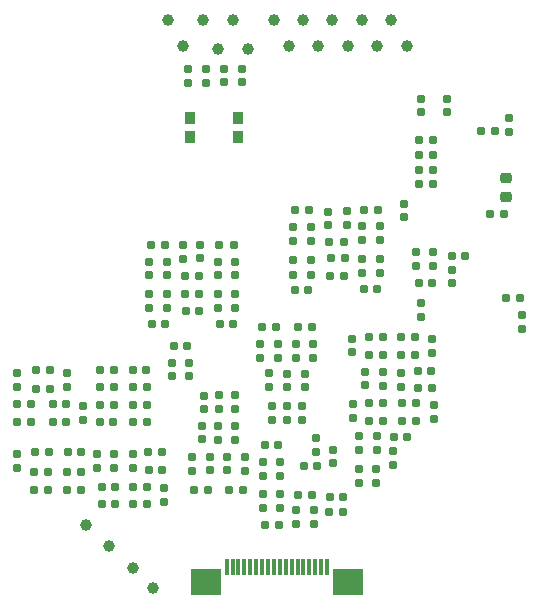
<source format=gbr>
%TF.GenerationSoftware,KiCad,Pcbnew,7.0.1*%
%TF.CreationDate,2023-04-30T22:37:30+01:00*%
%TF.ProjectId,left_main,6c656674-5f6d-4616-996e-2e6b69636164,rev?*%
%TF.SameCoordinates,Original*%
%TF.FileFunction,Soldermask,Top*%
%TF.FilePolarity,Negative*%
%FSLAX46Y46*%
G04 Gerber Fmt 4.6, Leading zero omitted, Abs format (unit mm)*
G04 Created by KiCad (PCBNEW 7.0.1) date 2023-04-30 22:37:30*
%MOMM*%
%LPD*%
G01*
G04 APERTURE LIST*
G04 Aperture macros list*
%AMRoundRect*
0 Rectangle with rounded corners*
0 $1 Rounding radius*
0 $2 $3 $4 $5 $6 $7 $8 $9 X,Y pos of 4 corners*
0 Add a 4 corners polygon primitive as box body*
4,1,4,$2,$3,$4,$5,$6,$7,$8,$9,$2,$3,0*
0 Add four circle primitives for the rounded corners*
1,1,$1+$1,$2,$3*
1,1,$1+$1,$4,$5*
1,1,$1+$1,$6,$7*
1,1,$1+$1,$8,$9*
0 Add four rect primitives between the rounded corners*
20,1,$1+$1,$2,$3,$4,$5,0*
20,1,$1+$1,$4,$5,$6,$7,0*
20,1,$1+$1,$6,$7,$8,$9,0*
20,1,$1+$1,$8,$9,$2,$3,0*%
G04 Aperture macros list end*
%ADD10C,1.000000*%
%ADD11RoundRect,0.155000X-0.212500X-0.155000X0.212500X-0.155000X0.212500X0.155000X-0.212500X0.155000X0*%
%ADD12RoundRect,0.155000X0.155000X-0.212500X0.155000X0.212500X-0.155000X0.212500X-0.155000X-0.212500X0*%
%ADD13RoundRect,0.160000X-0.160000X0.197500X-0.160000X-0.197500X0.160000X-0.197500X0.160000X0.197500X0*%
%ADD14RoundRect,0.155000X0.212500X0.155000X-0.212500X0.155000X-0.212500X-0.155000X0.212500X-0.155000X0*%
%ADD15RoundRect,0.155000X-0.155000X0.212500X-0.155000X-0.212500X0.155000X-0.212500X0.155000X0.212500X0*%
%ADD16RoundRect,0.160000X0.197500X0.160000X-0.197500X0.160000X-0.197500X-0.160000X0.197500X-0.160000X0*%
%ADD17R,0.304800X1.397000*%
%ADD18R,2.641600X2.311400*%
%ADD19RoundRect,0.160000X-0.197500X-0.160000X0.197500X-0.160000X0.197500X0.160000X-0.197500X0.160000X0*%
%ADD20RoundRect,0.160000X0.160000X-0.197500X0.160000X0.197500X-0.160000X0.197500X-0.160000X-0.197500X0*%
%ADD21R,0.900000X1.000000*%
%ADD22RoundRect,0.218750X-0.256250X0.218750X-0.256250X-0.218750X0.256250X-0.218750X0.256250X0.218750X0*%
G04 APERTURE END LIST*
D10*
%TO.C,J11*%
X71500000Y-32000000D03*
%TD*%
D11*
%TO.C,C16*%
X70298500Y-67564000D03*
X71433500Y-67564000D03*
%TD*%
D10*
%TO.C,J22*%
X61722000Y-29840795D03*
%TD*%
D12*
%TO.C,C42*%
X64482500Y-51417500D03*
X64482500Y-50282500D03*
%TD*%
D10*
%TO.C,J5*%
X53800000Y-74400000D03*
%TD*%
D13*
%TO.C,R48*%
X58715000Y-53002500D03*
X58715000Y-54197500D03*
%TD*%
D11*
%TO.C,C66*%
X57151250Y-67902500D03*
X58286250Y-67902500D03*
%TD*%
D14*
%TO.C,C74*%
X51436250Y-66400000D03*
X50301250Y-66400000D03*
%TD*%
D12*
%TO.C,C56*%
X62302500Y-67967500D03*
X62302500Y-66832500D03*
%TD*%
D15*
%TO.C,C5*%
X82442500Y-36507000D03*
X82442500Y-37642000D03*
%TD*%
D16*
%TO.C,R28*%
X76962000Y-62230000D03*
X75767000Y-62230000D03*
%TD*%
D12*
%TO.C,C18*%
X68302000Y-71135500D03*
X68302000Y-70000500D03*
%TD*%
D11*
%TO.C,C23*%
X77918500Y-65151000D03*
X79053500Y-65151000D03*
%TD*%
D17*
%TO.C,J1*%
X63750001Y-76154500D03*
X64250000Y-76154500D03*
X64750001Y-76154500D03*
X65250000Y-76154500D03*
X65750002Y-76154500D03*
X66250001Y-76154500D03*
X66750000Y-76154500D03*
X67250002Y-76154500D03*
X67750000Y-76154500D03*
X68250002Y-76154500D03*
X68750001Y-76154500D03*
X69250000Y-76154500D03*
X69750002Y-76154500D03*
X70250001Y-76154500D03*
X70750002Y-76154500D03*
X71250001Y-76154500D03*
X71750000Y-76154500D03*
X72250002Y-76154500D03*
D18*
X74032500Y-77399100D03*
X61967500Y-77399100D03*
%TD*%
D16*
%TO.C,R54*%
X47197500Y-63852500D03*
X46002500Y-63852500D03*
%TD*%
D11*
%TO.C,C53*%
X57397500Y-55600000D03*
X58532500Y-55600000D03*
%TD*%
D19*
%TO.C,R58*%
X46002500Y-62352500D03*
X47197500Y-62352500D03*
%TD*%
D11*
%TO.C,C2*%
X80063000Y-41240500D03*
X81198000Y-41240500D03*
%TD*%
D20*
%TO.C,R15*%
X66802000Y-68415500D03*
X66802000Y-67220500D03*
%TD*%
D11*
%TO.C,C26*%
X78547000Y-56666000D03*
X79682000Y-56666000D03*
%TD*%
D15*
%TO.C,C4*%
X80192500Y-36507000D03*
X80192500Y-37642000D03*
%TD*%
D20*
%TO.C,R4*%
X88750000Y-56000000D03*
X88750000Y-54805000D03*
%TD*%
D19*
%TO.C,R38*%
X72554500Y-49975000D03*
X73749500Y-49975000D03*
%TD*%
D11*
%TO.C,C57*%
X60265000Y-54500000D03*
X61400000Y-54500000D03*
%TD*%
D15*
%TO.C,C14*%
X70100000Y-62530000D03*
X70100000Y-63665000D03*
%TD*%
D11*
%TO.C,C67*%
X55835000Y-62400000D03*
X56970000Y-62400000D03*
%TD*%
D12*
%TO.C,C51*%
X58715000Y-51417500D03*
X58715000Y-50282500D03*
%TD*%
D19*
%TO.C,R31*%
X75767000Y-63754000D03*
X76962000Y-63754000D03*
%TD*%
D15*
%TO.C,C21*%
X69644000Y-71330000D03*
X69644000Y-72465000D03*
%TD*%
D11*
%TO.C,C64*%
X53186250Y-69350000D03*
X54321250Y-69350000D03*
%TD*%
D20*
%TO.C,R75*%
X81200000Y-50697500D03*
X81200000Y-49502500D03*
%TD*%
D16*
%TO.C,R64*%
X54250000Y-62400000D03*
X53055000Y-62400000D03*
%TD*%
D15*
%TO.C,C48*%
X63802500Y-66832500D03*
X63802500Y-67967500D03*
%TD*%
D12*
%TO.C,C46*%
X61467500Y-50007500D03*
X61467500Y-48872500D03*
%TD*%
D19*
%TO.C,R45*%
X60237500Y-51500000D03*
X61432500Y-51500000D03*
%TD*%
D14*
%TO.C,C63*%
X50167500Y-62352500D03*
X49032500Y-62352500D03*
%TD*%
D10*
%TO.C,J3*%
X57550000Y-77950000D03*
%TD*%
%TO.C,J16*%
X79000000Y-32000000D03*
%TD*%
D15*
%TO.C,C22*%
X76430000Y-67885500D03*
X76430000Y-69020500D03*
%TD*%
D13*
%TO.C,R61*%
X55786250Y-66555000D03*
X55786250Y-67750000D03*
%TD*%
D19*
%TO.C,R62*%
X47600000Y-59497500D03*
X48795000Y-59497500D03*
%TD*%
%TO.C,R39*%
X75348500Y-45959500D03*
X76543500Y-45959500D03*
%TD*%
D16*
%TO.C,R49*%
X62147500Y-69600000D03*
X60952500Y-69600000D03*
%TD*%
D20*
%TO.C,R69*%
X52786250Y-67765000D03*
X52786250Y-66570000D03*
%TD*%
D13*
%TO.C,R6*%
X67600000Y-62500000D03*
X67600000Y-63695000D03*
%TD*%
D12*
%TO.C,C12*%
X67352500Y-60867500D03*
X67352500Y-59732500D03*
%TD*%
D14*
%TO.C,C20*%
X68119500Y-65818000D03*
X66984500Y-65818000D03*
%TD*%
D15*
%TO.C,C15*%
X72750000Y-66234500D03*
X72750000Y-67369500D03*
%TD*%
D16*
%TO.C,R66*%
X54250000Y-59500000D03*
X53055000Y-59500000D03*
%TD*%
%TO.C,R63*%
X58316250Y-66402500D03*
X57121250Y-66402500D03*
%TD*%
D10*
%TO.C,J7*%
X58801000Y-29845000D03*
%TD*%
D14*
%TO.C,C72*%
X51403750Y-68100000D03*
X50268750Y-68100000D03*
%TD*%
D16*
%TO.C,R35*%
X73648000Y-48615500D03*
X72453000Y-48615500D03*
%TD*%
D11*
%TO.C,C29*%
X79950500Y-59537500D03*
X81085500Y-59537500D03*
%TD*%
D20*
%TO.C,R44*%
X64452500Y-62797500D03*
X64452500Y-61602500D03*
%TD*%
%TO.C,R26*%
X78518000Y-60897000D03*
X78518000Y-59702000D03*
%TD*%
D10*
%TO.C,J14*%
X72705627Y-29840795D03*
%TD*%
D15*
%TO.C,C49*%
X64452500Y-64232500D03*
X64452500Y-65367500D03*
%TD*%
D11*
%TO.C,C68*%
X50268750Y-69600000D03*
X51403750Y-69600000D03*
%TD*%
D20*
%TO.C,R19*%
X76454000Y-66256500D03*
X76454000Y-65061500D03*
%TD*%
D13*
%TO.C,R32*%
X69342000Y-50187500D03*
X69342000Y-51382500D03*
%TD*%
D12*
%TO.C,C1*%
X78800000Y-46535000D03*
X78800000Y-45400000D03*
%TD*%
D16*
%TO.C,R50*%
X61430000Y-53000000D03*
X60235000Y-53000000D03*
%TD*%
D11*
%TO.C,C30*%
X78621000Y-62254000D03*
X79756000Y-62254000D03*
%TD*%
D15*
%TO.C,C54*%
X60550000Y-58832500D03*
X60550000Y-59967500D03*
%TD*%
D20*
%TO.C,R40*%
X76708000Y-51231000D03*
X76708000Y-50036000D03*
%TD*%
D13*
%TO.C,R21*%
X74954000Y-65061500D03*
X74954000Y-66256500D03*
%TD*%
D20*
%TO.C,R41*%
X62982500Y-54197500D03*
X62982500Y-53002500D03*
%TD*%
D16*
%TO.C,R59*%
X57033750Y-69350000D03*
X55838750Y-69350000D03*
%TD*%
D13*
%TO.C,R24*%
X81114500Y-56818500D03*
X81114500Y-58013500D03*
%TD*%
D11*
%TO.C,C35*%
X69524500Y-52697500D03*
X70659500Y-52697500D03*
%TD*%
D14*
%TO.C,C47*%
X60405165Y-57400000D03*
X59270165Y-57400000D03*
%TD*%
D19*
%TO.C,R55*%
X55838750Y-70850000D03*
X57033750Y-70850000D03*
%TD*%
D16*
%TO.C,R5*%
X81228000Y-43740500D03*
X80033000Y-43740500D03*
%TD*%
D14*
%TO.C,C41*%
X73660000Y-51499000D03*
X72525000Y-51499000D03*
%TD*%
D20*
%TO.C,R42*%
X63100000Y-62797500D03*
X63100000Y-61602500D03*
%TD*%
D12*
%TO.C,C9*%
X68100000Y-58417500D03*
X68100000Y-57282500D03*
%TD*%
D10*
%TO.C,J13*%
X74000000Y-32000000D03*
%TD*%
D19*
%TO.C,R71*%
X47438750Y-68100000D03*
X48633750Y-68100000D03*
%TD*%
D15*
%TO.C,C40*%
X76708000Y-47316000D03*
X76708000Y-48451000D03*
%TD*%
D19*
%TO.C,R1*%
X86033000Y-46240500D03*
X87228000Y-46240500D03*
%TD*%
D15*
%TO.C,C19*%
X66802000Y-70000500D03*
X66802000Y-71135500D03*
%TD*%
D10*
%TO.C,J8*%
X60071000Y-32004000D03*
%TD*%
D14*
%TO.C,C32*%
X79756000Y-63754000D03*
X78621000Y-63754000D03*
%TD*%
D12*
%TO.C,C62*%
X58436250Y-70600000D03*
X58436250Y-69465000D03*
%TD*%
%TO.C,C37*%
X72288500Y-47183000D03*
X72288500Y-46048000D03*
%TD*%
D16*
%TO.C,R68*%
X57000000Y-63900000D03*
X55805000Y-63900000D03*
%TD*%
D20*
%TO.C,R74*%
X79800000Y-50697500D03*
X79800000Y-49502500D03*
%TD*%
D10*
%TO.C,J10*%
X67729627Y-29840795D03*
%TD*%
D11*
%TO.C,C6*%
X87432500Y-53402500D03*
X88567500Y-53402500D03*
%TD*%
%TO.C,C44*%
X63165000Y-55600000D03*
X64300000Y-55600000D03*
%TD*%
D12*
%TO.C,C31*%
X74422000Y-63500000D03*
X74422000Y-62365000D03*
%TD*%
D16*
%TO.C,R14*%
X68149500Y-72568000D03*
X66954500Y-72568000D03*
%TD*%
D13*
%TO.C,R56*%
X51600000Y-62505000D03*
X51600000Y-63700000D03*
%TD*%
D16*
%TO.C,R47*%
X65147500Y-69600000D03*
X63952500Y-69600000D03*
%TD*%
D14*
%TO.C,C77*%
X81198000Y-39990500D03*
X80063000Y-39990500D03*
%TD*%
D15*
%TO.C,C13*%
X70352500Y-59765000D03*
X70352500Y-60900000D03*
%TD*%
%TO.C,C10*%
X69600000Y-57282500D03*
X69600000Y-58417500D03*
%TD*%
%TO.C,C45*%
X62982500Y-50282500D03*
X62982500Y-51417500D03*
%TD*%
D10*
%TO.C,J6*%
X51800000Y-72600000D03*
%TD*%
D19*
%TO.C,R33*%
X69494500Y-45947500D03*
X70689500Y-45947500D03*
%TD*%
D12*
%TO.C,C24*%
X74930000Y-69020500D03*
X74930000Y-67885500D03*
%TD*%
D13*
%TO.C,R72*%
X61976000Y-33946500D03*
X61976000Y-35141500D03*
%TD*%
D20*
%TO.C,R20*%
X77851000Y-67526500D03*
X77851000Y-66331500D03*
%TD*%
D12*
%TO.C,C34*%
X69342000Y-48505000D03*
X69342000Y-47370000D03*
%TD*%
D20*
%TO.C,R30*%
X81280000Y-63589500D03*
X81280000Y-62394500D03*
%TD*%
D13*
%TO.C,R2*%
X87630500Y-38143000D03*
X87630500Y-39338000D03*
%TD*%
D10*
%TO.C,J12*%
X70205627Y-29840795D03*
%TD*%
D19*
%TO.C,R25*%
X75767000Y-58166000D03*
X76962000Y-58166000D03*
%TD*%
D20*
%TO.C,R7*%
X68850000Y-63695000D03*
X68850000Y-62500000D03*
%TD*%
D10*
%TO.C,J20*%
X62992000Y-32258000D03*
%TD*%
D13*
%TO.C,R73*%
X60452000Y-33946500D03*
X60452000Y-35141500D03*
%TD*%
%TO.C,R36*%
X73914000Y-46018000D03*
X73914000Y-47213000D03*
%TD*%
D14*
%TO.C,C28*%
X79682000Y-58166000D03*
X78547000Y-58166000D03*
%TD*%
D16*
%TO.C,R22*%
X73622500Y-71501000D03*
X72427500Y-71501000D03*
%TD*%
D20*
%TO.C,R43*%
X65302500Y-67997500D03*
X65302500Y-66802500D03*
%TD*%
D16*
%TO.C,R67*%
X48698750Y-66400000D03*
X47503750Y-66400000D03*
%TD*%
D14*
%TO.C,C75*%
X81167500Y-52100000D03*
X80032500Y-52100000D03*
%TD*%
D11*
%TO.C,C59*%
X49032500Y-63852500D03*
X50167500Y-63852500D03*
%TD*%
D20*
%TO.C,R17*%
X71144000Y-72495000D03*
X71144000Y-71300000D03*
%TD*%
D15*
%TO.C,C78*%
X63500000Y-33976500D03*
X63500000Y-35111500D03*
%TD*%
D14*
%TO.C,C25*%
X73592500Y-70231000D03*
X72457500Y-70231000D03*
%TD*%
D13*
%TO.C,R46*%
X60085000Y-48902500D03*
X60085000Y-50097500D03*
%TD*%
D15*
%TO.C,C79*%
X65083500Y-33976500D03*
X65083500Y-35111500D03*
%TD*%
D12*
%TO.C,C58*%
X59150000Y-59967500D03*
X59150000Y-58832500D03*
%TD*%
D10*
%TO.C,J15*%
X75205627Y-29840795D03*
%TD*%
D20*
%TO.C,R52*%
X57215000Y-54197500D03*
X57215000Y-53002500D03*
%TD*%
D10*
%TO.C,J21*%
X64262000Y-29840795D03*
%TD*%
D12*
%TO.C,C38*%
X75184000Y-48451000D03*
X75184000Y-47316000D03*
%TD*%
D20*
%TO.C,R34*%
X70866000Y-51382500D03*
X70866000Y-50187500D03*
%TD*%
D10*
%TO.C,J9*%
X69000000Y-32000000D03*
%TD*%
D19*
%TO.C,R51*%
X57367500Y-48850000D03*
X58562500Y-48850000D03*
%TD*%
D13*
%TO.C,R16*%
X68302000Y-67220500D03*
X68302000Y-68415500D03*
%TD*%
D21*
%TO.C,SW2*%
X64750000Y-39700000D03*
X60650000Y-39700000D03*
X64750000Y-38100000D03*
X60650000Y-38100000D03*
%TD*%
D13*
%TO.C,R29*%
X76962000Y-59600500D03*
X76962000Y-60795500D03*
%TD*%
D11*
%TO.C,C69*%
X52995000Y-63900000D03*
X54130000Y-63900000D03*
%TD*%
D12*
%TO.C,C70*%
X46036250Y-67735000D03*
X46036250Y-66600000D03*
%TD*%
%TO.C,C52*%
X61652500Y-65335000D03*
X61652500Y-64200000D03*
%TD*%
%TO.C,C33*%
X75438000Y-60765500D03*
X75438000Y-59630500D03*
%TD*%
D15*
%TO.C,C27*%
X74364500Y-56848500D03*
X74364500Y-57983500D03*
%TD*%
D12*
%TO.C,C76*%
X80200000Y-54967500D03*
X80200000Y-53832500D03*
%TD*%
D14*
%TO.C,C60*%
X54321250Y-70850000D03*
X53186250Y-70850000D03*
%TD*%
D19*
%TO.C,R13*%
X63135000Y-48850000D03*
X64330000Y-48850000D03*
%TD*%
%TO.C,R8*%
X66752500Y-55800000D03*
X67947500Y-55800000D03*
%TD*%
D13*
%TO.C,R37*%
X75184000Y-50036000D03*
X75184000Y-51231000D03*
%TD*%
D10*
%TO.C,J17*%
X76500000Y-32000000D03*
%TD*%
D15*
%TO.C,C36*%
X70866000Y-47370000D03*
X70866000Y-48505000D03*
%TD*%
%TO.C,C11*%
X68850000Y-59782500D03*
X68850000Y-60917500D03*
%TD*%
D16*
%TO.C,R23*%
X76962000Y-56666000D03*
X75767000Y-56666000D03*
%TD*%
D13*
%TO.C,R10*%
X71100000Y-57252500D03*
X71100000Y-58447500D03*
%TD*%
D10*
%TO.C,J4*%
X55800000Y-76200000D03*
%TD*%
D12*
%TO.C,C61*%
X46000000Y-60867500D03*
X46000000Y-59732500D03*
%TD*%
D14*
%TO.C,C65*%
X48762500Y-61067500D03*
X47627500Y-61067500D03*
%TD*%
D16*
%TO.C,R18*%
X70967500Y-70044500D03*
X69772500Y-70044500D03*
%TD*%
D20*
%TO.C,R57*%
X54236250Y-67797500D03*
X54236250Y-66602500D03*
%TD*%
%TO.C,R53*%
X60802500Y-67997500D03*
X60802500Y-66802500D03*
%TD*%
D14*
%TO.C,C71*%
X56970000Y-60900000D03*
X55835000Y-60900000D03*
%TD*%
D12*
%TO.C,C7*%
X82800000Y-52129500D03*
X82800000Y-50994500D03*
%TD*%
D13*
%TO.C,R11*%
X66600000Y-57252500D03*
X66600000Y-58447500D03*
%TD*%
D16*
%TO.C,R3*%
X86478000Y-39240500D03*
X85283000Y-39240500D03*
%TD*%
D15*
%TO.C,C55*%
X57215000Y-50282500D03*
X57215000Y-51417500D03*
%TD*%
D19*
%TO.C,R9*%
X69752500Y-55800000D03*
X70947500Y-55800000D03*
%TD*%
D16*
%TO.C,R65*%
X48633750Y-69600000D03*
X47438750Y-69600000D03*
%TD*%
D11*
%TO.C,C39*%
X75378500Y-52633500D03*
X76513500Y-52633500D03*
%TD*%
D22*
%TO.C,D1*%
X87380500Y-43203000D03*
X87380500Y-44778000D03*
%TD*%
D19*
%TO.C,R70*%
X53055000Y-60900000D03*
X54250000Y-60900000D03*
%TD*%
D10*
%TO.C,J19*%
X65532000Y-32258000D03*
%TD*%
D16*
%TO.C,R27*%
X81115500Y-60960000D03*
X79920500Y-60960000D03*
%TD*%
D12*
%TO.C,C17*%
X71347500Y-66367500D03*
X71347500Y-65232500D03*
%TD*%
D14*
%TO.C,C73*%
X56930000Y-59500000D03*
X55795000Y-59500000D03*
%TD*%
D10*
%TO.C,J18*%
X77705627Y-29840795D03*
%TD*%
D11*
%TO.C,C3*%
X80063000Y-42490500D03*
X81198000Y-42490500D03*
%TD*%
D13*
%TO.C,R12*%
X64482500Y-53002500D03*
X64482500Y-54197500D03*
%TD*%
D12*
%TO.C,C50*%
X63052500Y-65367500D03*
X63052500Y-64232500D03*
%TD*%
D13*
%TO.C,R60*%
X50195000Y-59700000D03*
X50195000Y-60895000D03*
%TD*%
D15*
%TO.C,C43*%
X61850000Y-61632500D03*
X61850000Y-62767500D03*
%TD*%
D11*
%TO.C,C8*%
X82832500Y-49784000D03*
X83967500Y-49784000D03*
%TD*%
M02*

</source>
